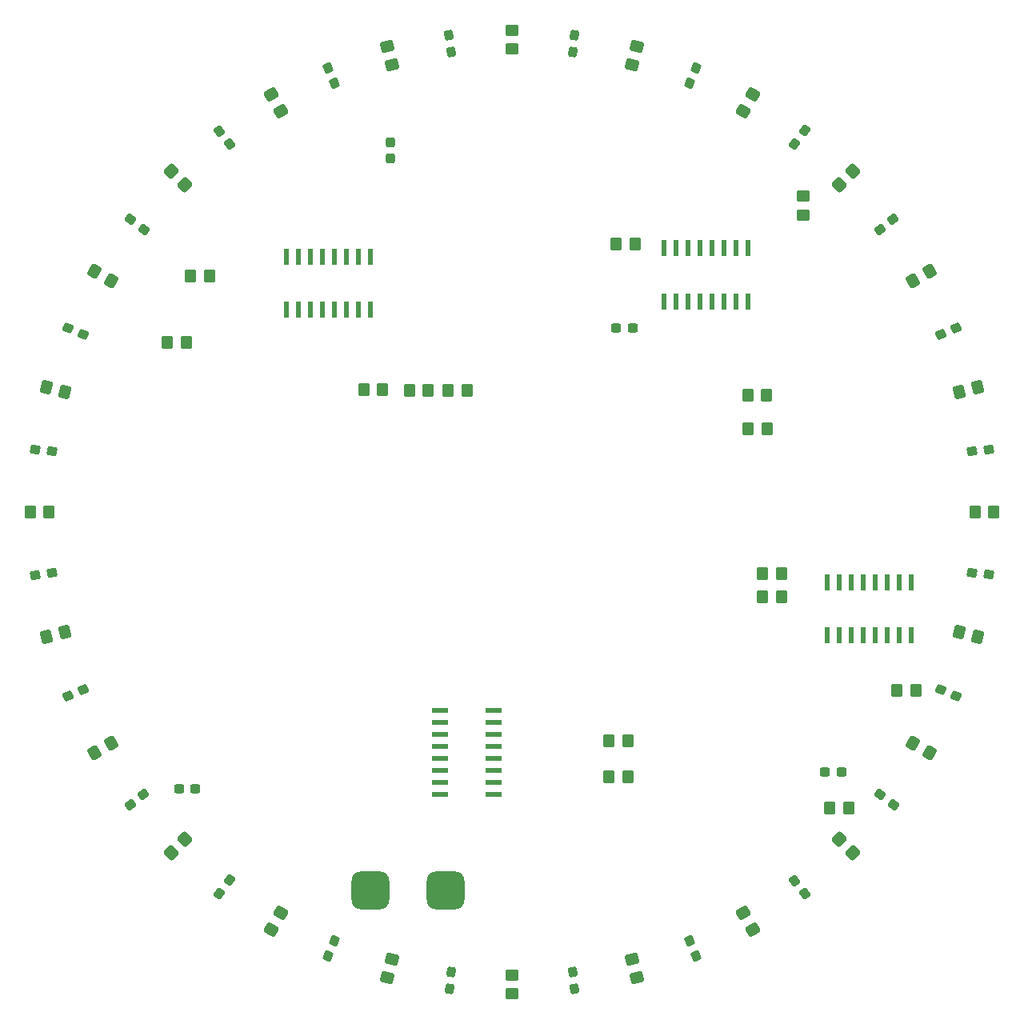
<source format=gtp>
%TF.GenerationSoftware,KiCad,Pcbnew,8.0.4*%
%TF.CreationDate,2024-12-12T22:54:30-05:00*%
%TF.ProjectId,Roboballers Pcb,526f626f-6261-46c6-9c65-727320506362,rev?*%
%TF.SameCoordinates,Original*%
%TF.FileFunction,Paste,Top*%
%TF.FilePolarity,Positive*%
%FSLAX46Y46*%
G04 Gerber Fmt 4.6, Leading zero omitted, Abs format (unit mm)*
G04 Created by KiCad (PCBNEW 8.0.4) date 2024-12-12 22:54:30*
%MOMM*%
%LPD*%
G01*
G04 APERTURE LIST*
G04 Aperture macros list*
%AMRoundRect*
0 Rectangle with rounded corners*
0 $1 Rounding radius*
0 $2 $3 $4 $5 $6 $7 $8 $9 X,Y pos of 4 corners*
0 Add a 4 corners polygon primitive as box body*
4,1,4,$2,$3,$4,$5,$6,$7,$8,$9,$2,$3,0*
0 Add four circle primitives for the rounded corners*
1,1,$1+$1,$2,$3*
1,1,$1+$1,$4,$5*
1,1,$1+$1,$6,$7*
1,1,$1+$1,$8,$9*
0 Add four rect primitives between the rounded corners*
20,1,$1+$1,$2,$3,$4,$5,0*
20,1,$1+$1,$4,$5,$6,$7,0*
20,1,$1+$1,$6,$7,$8,$9,0*
20,1,$1+$1,$8,$9,$2,$3,0*%
G04 Aperture macros list end*
%ADD10RoundRect,0.250000X0.525253X-0.221605X0.344080X0.454543X-0.525253X0.221605X-0.344080X-0.454543X0*%
%ADD11RoundRect,0.237500X0.382522X0.009131X-0.096660X0.370220X-0.382522X-0.009131X0.096660X-0.370220X0*%
%ADD12RoundRect,0.250000X-0.070711X0.565685X-0.565685X0.070711X0.070711X-0.565685X0.565685X-0.070711X0*%
%ADD13RoundRect,0.250000X0.350000X0.450000X-0.350000X0.450000X-0.350000X-0.450000X0.350000X-0.450000X0*%
%ADD14RoundRect,0.250000X-0.350000X-0.450000X0.350000X-0.450000X0.350000X0.450000X-0.350000X0.450000X0*%
%ADD15R,1.663700X0.558800*%
%ADD16RoundRect,0.250000X0.528109X0.214711X-0.078109X0.564711X-0.528109X-0.214711X0.078109X-0.564711X0*%
%ADD17RoundRect,0.237500X-0.237500X0.300000X-0.237500X-0.300000X0.237500X-0.300000X0.237500X0.300000X0*%
%ADD18RoundRect,0.250000X-0.565685X-0.070711X-0.070711X-0.565685X0.565685X0.070711X0.070711X0.565685X0*%
%ADD19RoundRect,0.237500X0.009131X-0.382522X0.370220X0.096660X-0.009131X0.382522X-0.370220X-0.096660X0*%
%ADD20RoundRect,0.250000X0.450000X-0.350000X0.450000X0.350000X-0.450000X0.350000X-0.450000X-0.350000X0*%
%ADD21RoundRect,0.237500X0.264027X0.276941X-0.330134X0.193437X-0.264027X-0.276941X0.330134X-0.193437X0*%
%ADD22RoundRect,0.237500X-0.264027X-0.276941X0.330134X-0.193437X0.264027X0.276941X-0.330134X0.193437X0*%
%ADD23RoundRect,0.237500X0.367124X0.107824X-0.189186X0.332588X-0.367124X-0.107824X0.189186X-0.332588X0*%
%ADD24RoundRect,0.250000X0.564711X-0.078109X0.214711X0.528109X-0.564711X0.078109X-0.214711X-0.528109X0*%
%ADD25RoundRect,0.250000X0.565685X0.070711X0.070711X0.565685X-0.565685X-0.070711X-0.070711X-0.565685X0*%
%ADD26RoundRect,0.250000X-0.078109X-0.564711X0.528109X-0.214711X0.078109X0.564711X-0.528109X0.214711X0*%
%ADD27RoundRect,0.237500X-0.276941X0.264027X-0.193437X-0.330134X0.276941X-0.264027X0.193437X0.330134X0*%
%ADD28RoundRect,0.237500X-0.199169X0.326708X-0.272291X-0.268820X0.199169X-0.326708X0.272291X0.268820X0*%
%ADD29RoundRect,0.237500X-0.371851X0.090184X-0.002454X-0.382623X0.371851X-0.090184X0.002454X0.382623X0*%
%ADD30RoundRect,0.250000X0.070711X-0.565685X0.565685X-0.070711X-0.070711X0.565685X-0.565685X0.070711X0*%
%ADD31RoundRect,0.237500X-0.090184X-0.371851X0.382623X-0.002454X0.090184X0.371851X-0.382623X0.002454X0*%
%ADD32RoundRect,0.237500X-0.300000X-0.237500X0.300000X-0.237500X0.300000X0.237500X-0.300000X0.237500X0*%
%ADD33RoundRect,0.250000X0.344080X-0.454543X0.525253X0.221605X-0.344080X0.454543X-0.525253X-0.221605X0*%
%ADD34RoundRect,0.250000X-0.528109X-0.214711X0.078109X-0.564711X0.528109X0.214711X-0.078109X0.564711X0*%
%ADD35RoundRect,0.250000X0.214711X-0.528109X0.564711X0.078109X-0.214711X0.528109X-0.564711X-0.078109X0*%
%ADD36RoundRect,0.250000X-0.525253X0.221605X-0.344080X-0.454543X0.525253X-0.221605X0.344080X0.454543X0*%
%ADD37RoundRect,0.250000X-0.450000X0.350000X-0.450000X-0.350000X0.450000X-0.350000X0.450000X0.350000X0*%
%ADD38RoundRect,0.237500X0.371851X-0.090184X0.002454X0.382623X-0.371851X0.090184X-0.002454X-0.382623X0*%
%ADD39RoundRect,1.000000X-1.000000X-1.000000X1.000000X-1.000000X1.000000X1.000000X-1.000000X1.000000X0*%
%ADD40RoundRect,0.250000X-0.564711X0.078109X-0.214711X-0.528109X0.564711X-0.078109X0.214711X0.528109X0*%
%ADD41RoundRect,0.250000X0.078109X0.564711X-0.528109X0.214711X-0.078109X-0.564711X0.528109X-0.214711X0*%
%ADD42R,0.558800X1.663700*%
%ADD43RoundRect,0.237500X-0.335839X0.183353X-0.101401X-0.368950X0.335839X-0.183353X0.101401X0.368950X0*%
%ADD44RoundRect,0.237500X0.199169X-0.326708X0.272291X0.268820X-0.199169X0.326708X-0.272291X-0.268820X0*%
%ADD45RoundRect,0.237500X0.326708X0.199169X-0.268820X0.272291X-0.326708X-0.199169X0.268820X-0.272291X0*%
%ADD46RoundRect,0.237500X0.300000X0.237500X-0.300000X0.237500X-0.300000X-0.237500X0.300000X-0.237500X0*%
%ADD47RoundRect,0.237500X0.335839X-0.183353X0.101401X0.368950X-0.335839X0.183353X-0.101401X-0.368950X0*%
%ADD48RoundRect,0.237500X0.107824X-0.367124X0.332588X0.189186X-0.107824X0.367124X-0.332588X-0.189186X0*%
%ADD49RoundRect,0.237500X0.276941X-0.264027X0.193437X0.330134X-0.276941X0.264027X-0.193437X-0.330134X0*%
%ADD50RoundRect,0.250000X-0.214711X0.528109X-0.564711X-0.078109X0.214711X-0.528109X0.564711X0.078109X0*%
%ADD51RoundRect,0.250000X-0.221605X-0.525253X0.454543X-0.344080X0.221605X0.525253X-0.454543X0.344080X0*%
%ADD52RoundRect,0.237500X0.090184X0.371851X-0.382623X0.002454X-0.090184X-0.371851X0.382623X-0.002454X0*%
%ADD53RoundRect,0.237500X-0.183353X-0.335839X0.368950X-0.101401X0.183353X0.335839X-0.368950X0.101401X0*%
%ADD54RoundRect,0.237500X0.183353X0.335839X-0.368950X0.101401X-0.183353X-0.335839X0.368950X-0.101401X0*%
%ADD55RoundRect,0.237500X-0.367124X-0.107824X0.189186X-0.332588X0.367124X0.107824X-0.189186X0.332588X0*%
%ADD56RoundRect,0.250000X-0.454543X-0.344080X0.221605X-0.525253X0.454543X0.344080X-0.221605X0.525253X0*%
%ADD57RoundRect,0.237500X-0.009131X0.382522X-0.370220X-0.096660X0.009131X-0.382522X0.370220X0.096660X0*%
%ADD58RoundRect,0.250000X0.454543X0.344080X-0.221605X0.525253X-0.454543X-0.344080X0.221605X-0.525253X0*%
%ADD59RoundRect,0.237500X-0.382522X-0.009131X0.096660X-0.370220X0.382522X0.009131X-0.096660X0.370220X0*%
%ADD60RoundRect,0.237500X-0.326708X-0.199169X0.268820X-0.272291X0.326708X0.199169X-0.268820X0.272291X0*%
%ADD61RoundRect,0.250000X-0.344080X0.454543X-0.525253X-0.221605X0.344080X-0.454543X0.525253X0.221605X0*%
%ADD62RoundRect,0.237500X-0.107824X0.367124X-0.332588X-0.189186X0.107824X-0.367124X0.332588X0.189186X0*%
%ADD63RoundRect,0.250000X0.221605X0.525253X-0.454543X0.344080X-0.221605X-0.525253X0.454543X-0.344080X0*%
G04 APERTURE END LIST*
D10*
%TO.C,R24*%
X87317819Y-52669626D03*
X86800181Y-50737774D03*
%TD*%
D11*
%TO.C,C26*%
X61021123Y-70080966D03*
X59643477Y-69042834D03*
%TD*%
D12*
%TO.C,R25*%
X65351807Y-134648193D03*
X63937593Y-136062407D03*
%TD*%
D13*
%TO.C,R7*%
X127000000Y-91186000D03*
X125000000Y-91186000D03*
%TD*%
D14*
%TO.C,R10*%
X66000000Y-75000000D03*
X68000000Y-75000000D03*
%TD*%
D15*
%TO.C,U3*%
X98075750Y-129921000D03*
X98075750Y-128651000D03*
X98075750Y-127381000D03*
X98075750Y-126111000D03*
X98075750Y-124841000D03*
X98075750Y-123571000D03*
X98075750Y-122301000D03*
X98075750Y-121031000D03*
X92424250Y-121031000D03*
X92424250Y-122301000D03*
X92424250Y-123571000D03*
X92424250Y-124841000D03*
X92424250Y-126111000D03*
X92424250Y-127381000D03*
X92424250Y-128651000D03*
X92424250Y-129921000D03*
%TD*%
D16*
%TO.C,R37*%
X57564725Y-75500000D03*
X55832675Y-74500000D03*
%TD*%
D17*
%TO.C,C2*%
X87122000Y-60859500D03*
X87122000Y-62584500D03*
%TD*%
D18*
%TO.C,R17*%
X134648193Y-134648193D03*
X136062407Y-136062407D03*
%TD*%
D19*
%TO.C,C21*%
X129919034Y-61021123D03*
X130957166Y-59643477D03*
%TD*%
D20*
%TO.C,R28*%
X130810000Y-68548000D03*
X130810000Y-66548000D03*
%TD*%
D21*
%TO.C,C20*%
X51281906Y-106406263D03*
X49573694Y-106646337D03*
%TD*%
D22*
%TO.C,C27*%
X148718094Y-93593737D03*
X150426306Y-93353663D03*
%TD*%
D23*
%TO.C,C24*%
X54605696Y-81188898D03*
X53006304Y-80542702D03*
%TD*%
D24*
%TO.C,R22*%
X75500000Y-57564725D03*
X74500000Y-55832675D03*
%TD*%
D25*
%TO.C,R39*%
X65351807Y-65351807D03*
X63937593Y-63937593D03*
%TD*%
D26*
%TO.C,R36*%
X142435275Y-75500000D03*
X144167325Y-74500000D03*
%TD*%
D14*
%TO.C,R2*%
X140748000Y-118872000D03*
X142748000Y-118872000D03*
%TD*%
D27*
%TO.C,C10*%
X106406263Y-148718094D03*
X106646337Y-150426306D03*
%TD*%
D28*
%TO.C,C11*%
X93578812Y-148716129D03*
X93368588Y-150428271D03*
%TD*%
D14*
%TO.C,R16*%
X133636000Y-131318000D03*
X135636000Y-131318000D03*
%TD*%
D29*
%TO.C,C8*%
X129907092Y-138988041D03*
X130969108Y-140347359D03*
%TD*%
D30*
%TO.C,R34*%
X134648193Y-65351807D03*
X136062407Y-63937593D03*
%TD*%
D31*
%TO.C,C23*%
X138988041Y-70092908D03*
X140347359Y-69030892D03*
%TD*%
D32*
%TO.C,C1*%
X133137500Y-127500000D03*
X134862500Y-127500000D03*
%TD*%
D33*
%TO.C,R29*%
X112682181Y-52669626D03*
X113199819Y-50737774D03*
%TD*%
D34*
%TO.C,R15*%
X142435275Y-124500000D03*
X144167325Y-125500000D03*
%TD*%
D35*
%TO.C,R32*%
X124500000Y-57564725D03*
X125500000Y-55832675D03*
%TD*%
D36*
%TO.C,R19*%
X112682181Y-147330374D03*
X113199819Y-149262226D03*
%TD*%
D37*
%TO.C,R20*%
X100000000Y-149000000D03*
X100000000Y-151000000D03*
%TD*%
D38*
%TO.C,C28*%
X70092908Y-61011959D03*
X69030892Y-59652641D03*
%TD*%
D13*
%TO.C,R8*%
X126968000Y-87630000D03*
X124968000Y-87630000D03*
%TD*%
D39*
%TO.C,J5*%
X85000000Y-140000000D03*
X93000000Y-140000000D03*
%TD*%
D40*
%TO.C,R18*%
X124500000Y-142435275D03*
X125500000Y-144167325D03*
%TD*%
D41*
%TO.C,R27*%
X57564725Y-124500000D03*
X55832675Y-125500000D03*
%TD*%
D42*
%TO.C,U4*%
X116078000Y-77723950D03*
X117348000Y-77723950D03*
X118618000Y-77723950D03*
X119888000Y-77723950D03*
X121158000Y-77723950D03*
X122428000Y-77723950D03*
X123698000Y-77723950D03*
X124968000Y-77723950D03*
X124968000Y-72072450D03*
X123698000Y-72072450D03*
X122428000Y-72072450D03*
X121158000Y-72072450D03*
X119888000Y-72072450D03*
X118618000Y-72072450D03*
X117348000Y-72072450D03*
X116078000Y-72072450D03*
%TD*%
D43*
%TO.C,C9*%
X118797195Y-145400065D03*
X119471205Y-146987935D03*
%TD*%
D44*
%TO.C,C17*%
X106421188Y-51283871D03*
X106631412Y-49571729D03*
%TD*%
D45*
%TO.C,C22*%
X51283871Y-93578812D03*
X49571729Y-93368588D03*
%TD*%
D14*
%TO.C,R3*%
X63532000Y-82042000D03*
X65532000Y-82042000D03*
%TD*%
D46*
%TO.C,C3*%
X66495000Y-129286000D03*
X64770000Y-129286000D03*
%TD*%
D13*
%TO.C,R5*%
X112268000Y-124206000D03*
X110268000Y-124206000D03*
%TD*%
D42*
%TO.C,U2*%
X76149200Y-78600250D03*
X77419200Y-78600250D03*
X78689200Y-78600250D03*
X79959200Y-78600250D03*
X81229200Y-78600250D03*
X82499200Y-78600250D03*
X83769200Y-78600250D03*
X85039200Y-78600250D03*
X85039200Y-72948750D03*
X83769200Y-72948750D03*
X82499200Y-72948750D03*
X81229200Y-72948750D03*
X79959200Y-72948750D03*
X78689200Y-72948750D03*
X77419200Y-72948750D03*
X76149200Y-72948750D03*
%TD*%
D47*
%TO.C,C13*%
X81202805Y-54599935D03*
X80528795Y-53012065D03*
%TD*%
D14*
%TO.C,R1*%
X126500000Y-109000000D03*
X128500000Y-109000000D03*
%TD*%
D13*
%TO.C,R30*%
X95250000Y-87122000D03*
X93250000Y-87122000D03*
%TD*%
%TO.C,R33*%
X51000000Y-100000000D03*
X49000000Y-100000000D03*
%TD*%
D48*
%TO.C,C19*%
X118811102Y-54605696D03*
X119457298Y-53006304D03*
%TD*%
D14*
%TO.C,R12*%
X111030000Y-71628000D03*
X113030000Y-71628000D03*
%TD*%
D49*
%TO.C,C15*%
X93593737Y-51281906D03*
X93353663Y-49573694D03*
%TD*%
D50*
%TO.C,R23*%
X75500000Y-142435275D03*
X74500000Y-144167325D03*
%TD*%
D51*
%TO.C,R38*%
X147330374Y-87317819D03*
X149262226Y-86800181D03*
%TD*%
D14*
%TO.C,R9*%
X126500000Y-106500000D03*
X128500000Y-106500000D03*
%TD*%
D52*
%TO.C,C16*%
X61011959Y-129907092D03*
X59652641Y-130969108D03*
%TD*%
D14*
%TO.C,R13*%
X149000000Y-100000000D03*
X151000000Y-100000000D03*
%TD*%
D53*
%TO.C,C25*%
X145400065Y-81202805D03*
X146987935Y-80528795D03*
%TD*%
D54*
%TO.C,C18*%
X54599935Y-118797195D03*
X53012065Y-119471205D03*
%TD*%
D55*
%TO.C,C6*%
X145394304Y-118811102D03*
X146993696Y-119457298D03*
%TD*%
D56*
%TO.C,R14*%
X147330374Y-112682181D03*
X149262226Y-113199819D03*
%TD*%
D42*
%TO.C,U1*%
X133350000Y-113061750D03*
X134620000Y-113061750D03*
X135890000Y-113061750D03*
X137160000Y-113061750D03*
X138430000Y-113061750D03*
X139700000Y-113061750D03*
X140970000Y-113061750D03*
X142240000Y-113061750D03*
X142240000Y-107410250D03*
X140970000Y-107410250D03*
X139700000Y-107410250D03*
X138430000Y-107410250D03*
X137160000Y-107410250D03*
X135890000Y-107410250D03*
X134620000Y-107410250D03*
X133350000Y-107410250D03*
%TD*%
D57*
%TO.C,C14*%
X70080966Y-138978877D03*
X69042834Y-140356523D03*
%TD*%
D58*
%TO.C,R35*%
X52669626Y-87317819D03*
X50737774Y-86800181D03*
%TD*%
D59*
%TO.C,C7*%
X138978877Y-129919034D03*
X140356523Y-130957166D03*
%TD*%
D60*
%TO.C,C5*%
X148716129Y-106421188D03*
X150428271Y-106631412D03*
%TD*%
D61*
%TO.C,R21*%
X87317819Y-147330374D03*
X86800181Y-149262226D03*
%TD*%
D20*
%TO.C,R26*%
X100000000Y-51000000D03*
X100000000Y-49000000D03*
%TD*%
D32*
%TO.C,C4*%
X111051000Y-80518000D03*
X112776000Y-80518000D03*
%TD*%
D14*
%TO.C,R6*%
X110268000Y-128016000D03*
X112268000Y-128016000D03*
%TD*%
D62*
%TO.C,C12*%
X81188898Y-145394304D03*
X80542702Y-146993696D03*
%TD*%
D13*
%TO.C,R4*%
X86328000Y-87040000D03*
X84328000Y-87040000D03*
%TD*%
D63*
%TO.C,R31*%
X52669626Y-112682181D03*
X50737774Y-113199819D03*
%TD*%
D14*
%TO.C,R11*%
X89154000Y-87122000D03*
X91154000Y-87122000D03*
%TD*%
M02*

</source>
